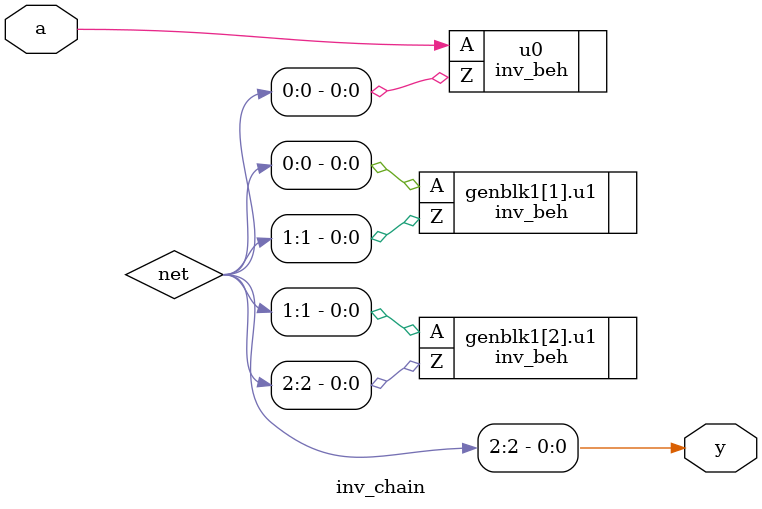
<source format=sv>
module inv_chain
	#(parameter N=3)	
	(
	input a,
	output y);
	
	logic [N-1:0] net;

	inv_beh u0(.A(a), .Z(net[0]));
	

	genvar i;
	
	generate
		for(i=1; i<N; i=i+1) begin
		inv_beh u1 (.A(net[i-1]), .Z(net[i]));
		end
	endgenerate
	

	assign y = net[N-1];
endmodule

</source>
